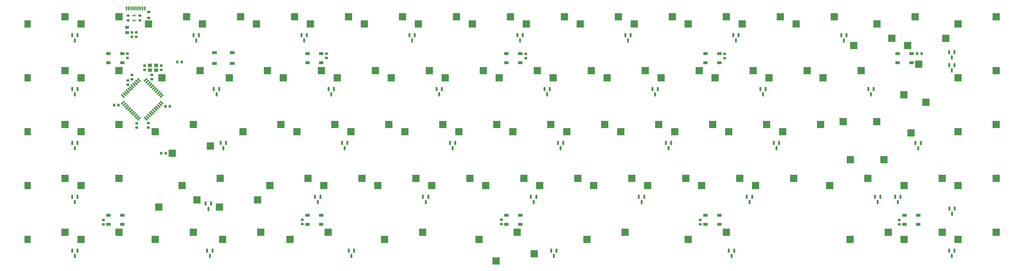
<source format=gbr>
%TF.GenerationSoftware,KiCad,Pcbnew,(5.99.0-11177-g6c67dfa032)*%
%TF.CreationDate,2021-09-17T12:08:34+03:00*%
%TF.ProjectId,SunsetterR2_Hotswap,53756e73-6574-4746-9572-52325f486f74,rev?*%
%TF.SameCoordinates,Original*%
%TF.FileFunction,Paste,Bot*%
%TF.FilePolarity,Positive*%
%FSLAX46Y46*%
G04 Gerber Fmt 4.6, Leading zero omitted, Abs format (unit mm)*
G04 Created by KiCad (PCBNEW (5.99.0-11177-g6c67dfa032)) date 2021-09-17 12:08:34*
%MOMM*%
%LPD*%
G01*
G04 APERTURE LIST*
G04 Aperture macros list*
%AMRoundRect*
0 Rectangle with rounded corners*
0 $1 Rounding radius*
0 $2 $3 $4 $5 $6 $7 $8 $9 X,Y pos of 4 corners*
0 Add a 4 corners polygon primitive as box body*
4,1,4,$2,$3,$4,$5,$6,$7,$8,$9,$2,$3,0*
0 Add four circle primitives for the rounded corners*
1,1,$1+$1,$2,$3*
1,1,$1+$1,$4,$5*
1,1,$1+$1,$6,$7*
1,1,$1+$1,$8,$9*
0 Add four rect primitives between the rounded corners*
20,1,$1+$1,$2,$3,$4,$5,0*
20,1,$1+$1,$4,$5,$6,$7,0*
20,1,$1+$1,$6,$7,$8,$9,0*
20,1,$1+$1,$8,$9,$2,$3,0*%
%AMRotRect*
0 Rectangle, with rotation*
0 The origin of the aperture is its center*
0 $1 length*
0 $2 width*
0 $3 Rotation angle, in degrees counterclockwise*
0 Add horizontal line*
21,1,$1,$2,0,0,$3*%
G04 Aperture macros list end*
%ADD10R,1.500000X1.000000*%
%ADD11R,2.550000X2.500000*%
%ADD12R,2.200000X2.500000*%
%ADD13RoundRect,0.200000X-0.275000X0.200000X-0.275000X-0.200000X0.275000X-0.200000X0.275000X0.200000X0*%
%ADD14RoundRect,0.225000X0.250000X-0.225000X0.250000X0.225000X-0.250000X0.225000X-0.250000X-0.225000X0*%
%ADD15R,2.500000X2.550000*%
%ADD16RoundRect,0.150000X-0.150000X0.587500X-0.150000X-0.587500X0.150000X-0.587500X0.150000X0.587500X0*%
%ADD17RoundRect,0.225000X0.225000X0.250000X-0.225000X0.250000X-0.225000X-0.250000X0.225000X-0.250000X0*%
%ADD18R,1.700000X1.000000*%
%ADD19RoundRect,0.225000X-0.250000X0.225000X-0.250000X-0.225000X0.250000X-0.225000X0.250000X0.225000X0*%
%ADD20R,1.400000X1.200000*%
%ADD21R,0.375000X0.500000*%
%ADD22R,0.300000X0.650000*%
%ADD23RoundRect,0.243750X-0.456250X0.243750X-0.456250X-0.243750X0.456250X-0.243750X0.456250X0.243750X0*%
%ADD24R,0.600000X1.450000*%
%ADD25R,0.300000X1.450000*%
%ADD26RoundRect,0.200000X0.275000X-0.200000X0.275000X0.200000X-0.275000X0.200000X-0.275000X-0.200000X0*%
%ADD27RoundRect,0.225000X-0.225000X-0.250000X0.225000X-0.250000X0.225000X0.250000X-0.225000X0.250000X0*%
%ADD28RoundRect,0.200000X0.200000X0.275000X-0.200000X0.275000X-0.200000X-0.275000X0.200000X-0.275000X0*%
%ADD29RotRect,1.500000X0.550000X315.000000*%
%ADD30RotRect,1.500000X0.550000X225.000000*%
%ADD31RoundRect,0.200000X-0.200000X-0.275000X0.200000X-0.275000X0.200000X0.275000X-0.200000X0.275000X0*%
%ADD32RoundRect,0.218750X-0.381250X0.218750X-0.381250X-0.218750X0.381250X-0.218750X0.381250X0.218750X0*%
G04 APERTURE END LIST*
D10*
%TO.C,RGB5*%
X342968750Y-46025000D03*
X342968750Y-49225000D03*
X338068750Y-49225000D03*
X338068750Y-46025000D03*
%TD*%
%TO.C,RGB8*%
X199956250Y-106375000D03*
X199956250Y-103175000D03*
X204856250Y-103175000D03*
X204856250Y-106375000D03*
%TD*%
D11*
%TO.C,K21*%
X102177500Y-54610000D03*
X115627500Y-52070000D03*
%TD*%
%TO.C,K80*%
X359352500Y-92710000D03*
X372802500Y-90170000D03*
%TD*%
D12*
%TO.C,K35*%
X30915000Y-73660000D03*
D11*
X44190000Y-71120000D03*
%TD*%
%TO.C,K30*%
X273627500Y-54610000D03*
X287077500Y-52070000D03*
%TD*%
D13*
%TO.C,R6*%
X67792600Y-38494200D03*
X67792600Y-40144200D03*
%TD*%
D11*
%TO.C,K31*%
X292677500Y-54610000D03*
X306127500Y-52070000D03*
%TD*%
D14*
%TO.C,C4*%
X74803000Y-55131000D03*
X74803000Y-53581000D03*
%TD*%
D15*
%TO.C,K33*%
X345440000Y-49790000D03*
X347980000Y-63240000D03*
%TD*%
D16*
%TO.C,KD20*%
X99062500Y-77643750D03*
X100962500Y-77643750D03*
X100012500Y-79518750D03*
%TD*%
D13*
%TO.C,R2*%
X70586600Y-32576000D03*
X70586600Y-34226000D03*
%TD*%
D16*
%TO.C,KD4*%
X165737500Y-39543750D03*
X167637500Y-39543750D03*
X166687500Y-41418750D03*
%TD*%
D11*
%TO.C,K73*%
X156946250Y-111760000D03*
X170396250Y-109220000D03*
%TD*%
D12*
%TO.C,K51*%
X30915000Y-92710000D03*
D11*
X44190000Y-90170000D03*
%TD*%
%TO.C,K78*%
X340302500Y-111760000D03*
X353752500Y-109220000D03*
%TD*%
%TO.C,K23*%
X140277500Y-54610000D03*
X153727500Y-52070000D03*
%TD*%
%TO.C,K58*%
X173615000Y-92710000D03*
X187065000Y-90170000D03*
%TD*%
D17*
%TO.C,C10*%
X346469000Y-46025000D03*
X344919000Y-46025000D03*
%TD*%
D11*
%TO.C,K56*%
X135515000Y-92710000D03*
X148965000Y-90170000D03*
%TD*%
D16*
%TO.C,KD13*%
X175262500Y-58593750D03*
X177162500Y-58593750D03*
X176212500Y-60468750D03*
%TD*%
D11*
%TO.C,K9*%
X187902500Y-35560000D03*
X201352500Y-33020000D03*
%TD*%
D14*
%TO.C,C6*%
X66167000Y-47575000D03*
X66167000Y-46025000D03*
%TD*%
D11*
%TO.C,K10*%
X206952500Y-35560000D03*
X220402500Y-33020000D03*
%TD*%
D16*
%TO.C,KD30*%
X170500000Y-96693750D03*
X172400000Y-96693750D03*
X171450000Y-98568750D03*
%TD*%
D11*
%TO.C,K6*%
X130752500Y-35560000D03*
X144202500Y-33020000D03*
%TD*%
D18*
%TO.C,SW1*%
X103162500Y-49525000D03*
X96862500Y-49525000D03*
X96862500Y-45725000D03*
X103162500Y-45725000D03*
%TD*%
D19*
%TO.C,C2*%
X69494400Y-70675200D03*
X69494400Y-72225200D03*
%TD*%
D16*
%TO.C,KD9*%
X356237500Y-45544500D03*
X358137500Y-45544500D03*
X357187500Y-47419500D03*
%TD*%
%TO.C,KD25*%
X294325000Y-77643750D03*
X296225000Y-77643750D03*
X295275000Y-79518750D03*
%TD*%
D10*
%TO.C,RGB1*%
X64362500Y-46025000D03*
X64362500Y-49225000D03*
X59462500Y-49225000D03*
X59462500Y-46025000D03*
%TD*%
D16*
%TO.C,KD18*%
X356237500Y-50116500D03*
X358137500Y-50116500D03*
X357187500Y-51991500D03*
%TD*%
D11*
%TO.C,K25*%
X178377500Y-54610000D03*
X191827500Y-52070000D03*
%TD*%
D16*
%TO.C,KD41*%
X356237500Y-115743750D03*
X358137500Y-115743750D03*
X357187500Y-117618750D03*
%TD*%
%TO.C,KD17*%
X327662500Y-58593750D03*
X329562500Y-58593750D03*
X328612500Y-60468750D03*
%TD*%
D11*
%TO.C,K67*%
X340302500Y-92710000D03*
X353752500Y-90170000D03*
%TD*%
D16*
%TO.C,KD31*%
X208600000Y-96693750D03*
X210500000Y-96693750D03*
X209550000Y-98568750D03*
%TD*%
D11*
%TO.C,K46*%
X259340000Y-73660000D03*
X272790000Y-71120000D03*
%TD*%
D10*
%TO.C,RGB4*%
X275103125Y-46025000D03*
X275103125Y-49225000D03*
X270203125Y-49225000D03*
X270203125Y-46025000D03*
%TD*%
D15*
%TO.C,K49*%
X333216250Y-83560000D03*
X330676250Y-70110000D03*
%TD*%
D11*
%TO.C,K11*%
X226002500Y-35560000D03*
X239452500Y-33020000D03*
%TD*%
%TO.C,K14*%
X283152500Y-35560000D03*
X296602500Y-33020000D03*
%TD*%
D19*
%TO.C,C17*%
X72263000Y-50279000D03*
X72263000Y-51829000D03*
%TD*%
D16*
%TO.C,KD39*%
X215743750Y-115743750D03*
X217643750Y-115743750D03*
X216693750Y-117618750D03*
%TD*%
D20*
%TO.C,Y1*%
X74084000Y-50204000D03*
X76284000Y-50204000D03*
X76284000Y-51904000D03*
X74084000Y-51904000D03*
%TD*%
D15*
%TO.C,K49A1*%
X321310000Y-83560000D03*
X318770000Y-70110000D03*
%TD*%
D16*
%TO.C,KD19*%
X46675000Y-77643750D03*
X48575000Y-77643750D03*
X47625000Y-79518750D03*
%TD*%
%TO.C,KD28*%
X93792000Y-99075000D03*
X95692000Y-99075000D03*
X94742000Y-100950000D03*
%TD*%
%TO.C,KD40*%
X278450000Y-115743750D03*
X280350000Y-115743750D03*
X279400000Y-117618750D03*
%TD*%
D21*
%TO.C,U1*%
X67991700Y-32601800D03*
D22*
X68529200Y-32526800D03*
D21*
X69066700Y-32601800D03*
X69066700Y-34301800D03*
D22*
X68529200Y-34376800D03*
D21*
X67991700Y-34301800D03*
%TD*%
D12*
%TO.C,K18*%
X30915000Y-54610000D03*
D11*
X44190000Y-52070000D03*
%TD*%
D13*
%TO.C,R7*%
X73533000Y-70549000D03*
X73533000Y-72199000D03*
%TD*%
D16*
%TO.C,KD26*%
X344331250Y-77643750D03*
X346231250Y-77643750D03*
X345281250Y-79518750D03*
%TD*%
D11*
%TO.C,K66*%
X359352500Y-73660000D03*
X372802500Y-71120000D03*
%TD*%
D10*
%TO.C,RGB7*%
X270203125Y-106375000D03*
X270203125Y-103175000D03*
X275103125Y-103175000D03*
X275103125Y-106375000D03*
%TD*%
D11*
%TO.C,K36*%
X49790000Y-73660000D03*
X63240000Y-71120000D03*
%TD*%
%TO.C,K32*%
X311727500Y-54610000D03*
X325177500Y-52070000D03*
%TD*%
D23*
%TO.C,F1*%
X66116200Y-36730700D03*
X66116200Y-38605700D03*
%TD*%
D16*
%TO.C,KD1*%
X46675000Y-39543750D03*
X48575000Y-39543750D03*
X47625000Y-41418750D03*
%TD*%
D14*
%TO.C,C7*%
X136398000Y-47575000D03*
X136398000Y-46025000D03*
%TD*%
D11*
%TO.C,K8*%
X168852500Y-35560000D03*
X182302500Y-33020000D03*
%TD*%
D16*
%TO.C,KD22*%
X180025000Y-77643750D03*
X181925000Y-77643750D03*
X180975000Y-79518750D03*
%TD*%
D11*
%TO.C,K72*%
X123608750Y-111760000D03*
X137058750Y-109220000D03*
%TD*%
%TO.C,K63*%
X268865000Y-92710000D03*
X282315000Y-90170000D03*
%TD*%
D14*
%TO.C,C9*%
X276987000Y-47638000D03*
X276987000Y-46088000D03*
%TD*%
D10*
%TO.C,RGB3*%
X204856250Y-46025000D03*
X204856250Y-49225000D03*
X199956250Y-49225000D03*
X199956250Y-46025000D03*
%TD*%
D11*
%TO.C,K53*%
X90703750Y-97790000D03*
X77253750Y-100330000D03*
%TD*%
D16*
%TO.C,KD32*%
X246700000Y-96693750D03*
X248600000Y-96693750D03*
X247650000Y-98568750D03*
%TD*%
%TO.C,KD6*%
X241937500Y-39543750D03*
X243837500Y-39543750D03*
X242887500Y-41418750D03*
%TD*%
%TO.C,KD36*%
X46675000Y-115743750D03*
X48575000Y-115743750D03*
X47625000Y-117618750D03*
%TD*%
D11*
%TO.C,K22*%
X121227500Y-54610000D03*
X134677500Y-52070000D03*
%TD*%
%TO.C,K7*%
X149802500Y-35560000D03*
X163252500Y-33020000D03*
%TD*%
D17*
%TO.C,C1*%
X63055800Y-64262000D03*
X61505800Y-64262000D03*
%TD*%
D11*
%TO.C,K13*%
X264102500Y-35560000D03*
X277552500Y-33020000D03*
%TD*%
D16*
%TO.C,KD2*%
X89537500Y-39543750D03*
X91437500Y-39543750D03*
X90487500Y-41418750D03*
%TD*%
D14*
%TO.C,C16*%
X78105000Y-51829000D03*
X78105000Y-50279000D03*
%TD*%
D10*
%TO.C,RGB6*%
X340450000Y-106375000D03*
X340450000Y-103175000D03*
X345350000Y-103175000D03*
X345350000Y-106375000D03*
%TD*%
D11*
%TO.C,K74A1*%
X209772500Y-116840000D03*
X196322500Y-119380000D03*
%TD*%
%TO.C,K27*%
X216477500Y-54610000D03*
X229927500Y-52070000D03*
%TD*%
D16*
%TO.C,KD15*%
X251462500Y-58593750D03*
X253362500Y-58593750D03*
X252412500Y-60468750D03*
%TD*%
D11*
%TO.C,K43*%
X202190000Y-73660000D03*
X215640000Y-71120000D03*
%TD*%
D10*
%TO.C,RGB2*%
X134609375Y-46025000D03*
X134609375Y-49225000D03*
X129709375Y-49225000D03*
X129709375Y-46025000D03*
%TD*%
D24*
%TO.C,J1*%
X65806250Y-30022600D03*
X66606250Y-30022600D03*
D25*
X67806250Y-30022600D03*
X68806250Y-30022600D03*
X69306250Y-30022600D03*
X70306250Y-30022600D03*
D24*
X71506250Y-30022600D03*
X72306250Y-30022600D03*
X72306250Y-30022600D03*
X71506250Y-30022600D03*
D25*
X70806250Y-30022600D03*
X69806250Y-30022600D03*
X68306250Y-30022600D03*
X67306250Y-30022600D03*
D24*
X66606250Y-30022600D03*
X65806250Y-30022600D03*
%TD*%
D11*
%TO.C,K71*%
X99796250Y-111760000D03*
X113246250Y-109220000D03*
%TD*%
%TO.C,K16A1*%
X330771250Y-35560000D03*
X344221250Y-33020000D03*
%TD*%
%TO.C,K29*%
X254577500Y-54610000D03*
X268027500Y-52070000D03*
%TD*%
%TO.C,K69*%
X49790000Y-111760000D03*
X63240000Y-109220000D03*
%TD*%
%TO.C,K59*%
X192665000Y-92710000D03*
X206115000Y-90170000D03*
%TD*%
D12*
%TO.C,K1*%
X30915000Y-35560000D03*
D11*
X44190000Y-33020000D03*
%TD*%
%TO.C,K77*%
X321252500Y-111760000D03*
X334702500Y-109220000D03*
%TD*%
D16*
%TO.C,KD34*%
X330043750Y-96693750D03*
X331943750Y-96693750D03*
X330993750Y-98568750D03*
%TD*%
%TO.C,KD12*%
X137162500Y-58593750D03*
X139062500Y-58593750D03*
X138112500Y-60468750D03*
%TD*%
%TO.C,KD16*%
X289562500Y-58593750D03*
X291462500Y-58593750D03*
X290512500Y-60468750D03*
%TD*%
D19*
%TO.C,C15*%
X57658000Y-104889000D03*
X57658000Y-106439000D03*
%TD*%
D11*
%TO.C,K20*%
X78365000Y-54610000D03*
X91815000Y-52070000D03*
%TD*%
D26*
%TO.C,R5*%
X69265800Y-40144200D03*
X69265800Y-38494200D03*
%TD*%
D27*
%TO.C,C3*%
X79616000Y-64643000D03*
X81166000Y-64643000D03*
%TD*%
D11*
%TO.C,K76*%
X264102500Y-111760000D03*
X277552500Y-109220000D03*
%TD*%
%TO.C,K45*%
X240290000Y-73660000D03*
X253740000Y-71120000D03*
%TD*%
%TO.C,K42*%
X183140000Y-73660000D03*
X196590000Y-71120000D03*
%TD*%
D16*
%TO.C,KD29*%
X132400000Y-96693750D03*
X134300000Y-96693750D03*
X133350000Y-98568750D03*
%TD*%
D11*
%TO.C,K16*%
X335972500Y-40640000D03*
X322522500Y-43180000D03*
%TD*%
%TO.C,K44*%
X221240000Y-73660000D03*
X234690000Y-71120000D03*
%TD*%
%TO.C,K3*%
X73602500Y-35560000D03*
X87052500Y-33020000D03*
%TD*%
D10*
%TO.C,RGB10*%
X59462500Y-106375000D03*
X59462500Y-103175000D03*
X64362500Y-103175000D03*
X64362500Y-106375000D03*
%TD*%
D16*
%TO.C,KD23*%
X218125000Y-77643750D03*
X220025000Y-77643750D03*
X219075000Y-79518750D03*
%TD*%
%TO.C,KD42*%
X356301000Y-100789500D03*
X358201000Y-100789500D03*
X357251000Y-102664500D03*
%TD*%
D11*
%TO.C,K34*%
X359352500Y-35560000D03*
X372802500Y-33020000D03*
%TD*%
D16*
%TO.C,KD7*%
X280037500Y-39543750D03*
X281937500Y-39543750D03*
X280987500Y-41418750D03*
%TD*%
D19*
%TO.C,C14*%
X127889000Y-104762000D03*
X127889000Y-106312000D03*
%TD*%
D11*
%TO.C,K55*%
X116465000Y-92710000D03*
X129915000Y-90170000D03*
%TD*%
%TO.C,K4*%
X92652500Y-35560000D03*
X106102500Y-33020000D03*
%TD*%
%TO.C,K70*%
X75983750Y-111760000D03*
X89433750Y-109220000D03*
%TD*%
D16*
%TO.C,KD10*%
X46675000Y-58593750D03*
X48575000Y-58593750D03*
X47625000Y-60468750D03*
%TD*%
%TO.C,KD14*%
X213362500Y-58593750D03*
X215262500Y-58593750D03*
X214312500Y-60468750D03*
%TD*%
D11*
%TO.C,K62*%
X249815000Y-92710000D03*
X263265000Y-90170000D03*
%TD*%
D28*
%TO.C,R3*%
X85407000Y-49022000D03*
X83757000Y-49022000D03*
%TD*%
D10*
%TO.C,RGB9*%
X129709375Y-106375000D03*
X129709375Y-103175000D03*
X134609375Y-103175000D03*
X134609375Y-106375000D03*
%TD*%
D16*
%TO.C,KD27*%
X46675000Y-96693750D03*
X48575000Y-96693750D03*
X47625000Y-98568750D03*
%TD*%
D11*
%TO.C,K15*%
X302202500Y-35560000D03*
X315652500Y-33020000D03*
%TD*%
%TO.C,K61*%
X230765000Y-92710000D03*
X244215000Y-90170000D03*
%TD*%
D16*
%TO.C,KD21*%
X141925000Y-77643750D03*
X143825000Y-77643750D03*
X142875000Y-79518750D03*
%TD*%
D14*
%TO.C,C5*%
X67767200Y-55131000D03*
X67767200Y-53581000D03*
%TD*%
D19*
%TO.C,C18*%
X66294000Y-55511400D03*
X66294000Y-57061400D03*
%TD*%
%TO.C,C11*%
X338582000Y-104889000D03*
X338582000Y-106439000D03*
%TD*%
D11*
%TO.C,K53A1*%
X85508750Y-92710000D03*
X98958750Y-90170000D03*
%TD*%
%TO.C,K38*%
X106940000Y-73660000D03*
X120390000Y-71120000D03*
%TD*%
D19*
%TO.C,C13*%
X198120000Y-104762000D03*
X198120000Y-106312000D03*
%TD*%
D11*
%TO.C,K17*%
X355022500Y-40640000D03*
X341572500Y-43180000D03*
%TD*%
D12*
%TO.C,K68*%
X30915000Y-111760000D03*
D11*
X44190000Y-109220000D03*
%TD*%
D14*
%TO.C,C8*%
X206756000Y-47638000D03*
X206756000Y-46088000D03*
%TD*%
D11*
%TO.C,K64*%
X287915000Y-92710000D03*
X301365000Y-90170000D03*
%TD*%
D16*
%TO.C,KD37*%
X94300000Y-115743750D03*
X96200000Y-115743750D03*
X95250000Y-117618750D03*
%TD*%
%TO.C,KD11*%
X96681250Y-58593750D03*
X98581250Y-58593750D03*
X97631250Y-60468750D03*
%TD*%
D11*
%TO.C,K65*%
X314108750Y-92710000D03*
X327558750Y-90170000D03*
%TD*%
%TO.C,K37A1*%
X75983750Y-73660000D03*
X89433750Y-71120000D03*
%TD*%
%TO.C,K28*%
X235527500Y-54610000D03*
X248977500Y-52070000D03*
%TD*%
D16*
%TO.C,KD5*%
X203837500Y-39543750D03*
X205737500Y-39543750D03*
X204787500Y-41418750D03*
%TD*%
D11*
%TO.C,K2*%
X49790000Y-35560000D03*
X63240000Y-33020000D03*
%TD*%
%TO.C,K50*%
X359352500Y-54610000D03*
X372802500Y-52070000D03*
%TD*%
%TO.C,K12*%
X245052500Y-35560000D03*
X258502500Y-33020000D03*
%TD*%
D16*
%TO.C,KD35*%
X337187500Y-96693750D03*
X339087500Y-96693750D03*
X338137500Y-98568750D03*
%TD*%
D11*
%TO.C,K41*%
X164090000Y-73660000D03*
X177540000Y-71120000D03*
%TD*%
D13*
%TO.C,R1*%
X66421000Y-32576000D03*
X66421000Y-34226000D03*
%TD*%
D16*
%TO.C,KD38*%
X144306250Y-115743750D03*
X146206250Y-115743750D03*
X145256250Y-117618750D03*
%TD*%
D11*
%TO.C,K75*%
X228383750Y-111760000D03*
X241833750Y-109220000D03*
%TD*%
D29*
%TO.C,U2*%
X64578564Y-61027918D03*
X65144250Y-60462233D03*
X65709935Y-59896548D03*
X66275620Y-59330862D03*
X66841306Y-58765177D03*
X67406991Y-58199491D03*
X67972677Y-57633806D03*
X68538362Y-57068120D03*
X69104048Y-56502435D03*
X69669733Y-55936750D03*
X70235418Y-55371064D03*
D30*
X72639582Y-55371064D03*
X73205267Y-55936750D03*
X73770952Y-56502435D03*
X74336638Y-57068120D03*
X74902323Y-57633806D03*
X75468009Y-58199491D03*
X76033694Y-58765177D03*
X76599380Y-59330862D03*
X77165065Y-59896548D03*
X77730750Y-60462233D03*
X78296436Y-61027918D03*
D29*
X78296436Y-63432082D03*
X77730750Y-63997767D03*
X77165065Y-64563452D03*
X76599380Y-65129138D03*
X76033694Y-65694823D03*
X75468009Y-66260509D03*
X74902323Y-66826194D03*
X74336638Y-67391880D03*
X73770952Y-67957565D03*
X73205267Y-68523250D03*
X72639582Y-69088936D03*
D30*
X70235418Y-69088936D03*
X69669733Y-68523250D03*
X69104048Y-67957565D03*
X68538362Y-67391880D03*
X67972677Y-66826194D03*
X67406991Y-66260509D03*
X66841306Y-65694823D03*
X66275620Y-65129138D03*
X65709935Y-64563452D03*
X65144250Y-63997767D03*
X64578564Y-63432082D03*
%TD*%
D11*
%TO.C,K74*%
X190283750Y-111760000D03*
X203733750Y-109220000D03*
%TD*%
%TO.C,K57*%
X154565000Y-92710000D03*
X168015000Y-90170000D03*
%TD*%
%TO.C,K24*%
X159327500Y-54610000D03*
X172777500Y-52070000D03*
%TD*%
%TO.C,K60*%
X211715000Y-92710000D03*
X225165000Y-90170000D03*
%TD*%
D31*
%TO.C,R4*%
X78067400Y-81255000D03*
X79717400Y-81255000D03*
%TD*%
D16*
%TO.C,KD33*%
X284800000Y-96693750D03*
X286700000Y-96693750D03*
X285750000Y-98568750D03*
%TD*%
%TO.C,KD8*%
X318137500Y-39543750D03*
X320037500Y-39543750D03*
X319087500Y-41418750D03*
%TD*%
D11*
%TO.C,K52*%
X49790000Y-92710000D03*
X63240000Y-90170000D03*
%TD*%
%TO.C,K26*%
X197427500Y-54610000D03*
X210877500Y-52070000D03*
%TD*%
D16*
%TO.C,KD24*%
X256225000Y-77643750D03*
X258125000Y-77643750D03*
X257175000Y-79518750D03*
%TD*%
D11*
%TO.C,K39*%
X125990000Y-73660000D03*
X139440000Y-71120000D03*
%TD*%
%TO.C,K47*%
X278390000Y-73660000D03*
X291840000Y-71120000D03*
%TD*%
D19*
%TO.C,C12*%
X268351000Y-104889000D03*
X268351000Y-106439000D03*
%TD*%
D16*
%TO.C,KD3*%
X127637500Y-39543750D03*
X129537500Y-39543750D03*
X128587500Y-41418750D03*
%TD*%
D32*
%TO.C,FB1*%
X73710800Y-31322500D03*
X73710800Y-33447500D03*
%TD*%
D11*
%TO.C,K5*%
X111702500Y-35560000D03*
X125152500Y-33020000D03*
%TD*%
%TO.C,K37*%
X95466250Y-78740000D03*
X82016250Y-81280000D03*
%TD*%
%TO.C,K19*%
X49790000Y-54610000D03*
X63240000Y-52070000D03*
%TD*%
%TO.C,K54*%
X112135000Y-97790000D03*
X98685000Y-100330000D03*
%TD*%
D15*
%TO.C,K33A1*%
X342741250Y-74035000D03*
X340201250Y-60585000D03*
%TD*%
D11*
%TO.C,K48*%
X297440000Y-73660000D03*
X310890000Y-71120000D03*
%TD*%
%TO.C,K79*%
X359352500Y-111760000D03*
X372802500Y-109220000D03*
%TD*%
%TO.C,K40*%
X145040000Y-73660000D03*
X158490000Y-71120000D03*
%TD*%
M02*

</source>
